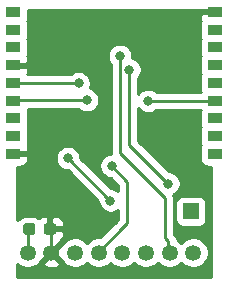
<source format=gbl>
%TF.GenerationSoftware,KiCad,Pcbnew,(5.1.5)-3*%
%TF.CreationDate,2020-01-27T22:21:35+01:00*%
%TF.ProjectId,HM-LC-Sw1-Pl-DN-R1_OBII,484d2d4c-432d-4537-9731-2d506c2d444e,rev?*%
%TF.SameCoordinates,Original*%
%TF.FileFunction,Copper,L2,Bot*%
%TF.FilePolarity,Positive*%
%FSLAX46Y46*%
G04 Gerber Fmt 4.6, Leading zero omitted, Abs format (unit mm)*
G04 Created by KiCad (PCBNEW (5.1.5)-3) date 2020-01-27 22:21:35*
%MOMM*%
%LPD*%
G04 APERTURE LIST*
%ADD10R,1.350000X1.350000*%
%ADD11C,1.350000*%
%ADD12C,0.150000*%
%ADD13R,1.300000X0.900000*%
%ADD14C,0.800000*%
%ADD15C,0.250000*%
%ADD16C,0.254000*%
G04 APERTURE END LIST*
D10*
X155500000Y-97750000D03*
D11*
X155700000Y-101250000D03*
X141700000Y-101250000D03*
X143700000Y-101250000D03*
X145700000Y-101250000D03*
X147700000Y-101250000D03*
X149700000Y-101250000D03*
X151700000Y-101250000D03*
X153700000Y-101250000D03*
%TA.AperFunction,SMDPad,CuDef*%
D12*
G36*
X142135779Y-98776144D02*
G01*
X142158834Y-98779563D01*
X142181443Y-98785227D01*
X142203387Y-98793079D01*
X142224457Y-98803044D01*
X142244448Y-98815026D01*
X142263168Y-98828910D01*
X142280438Y-98844562D01*
X142296090Y-98861832D01*
X142309974Y-98880552D01*
X142321956Y-98900543D01*
X142331921Y-98921613D01*
X142339773Y-98943557D01*
X142345437Y-98966166D01*
X142348856Y-98989221D01*
X142350000Y-99012500D01*
X142350000Y-99487500D01*
X142348856Y-99510779D01*
X142345437Y-99533834D01*
X142339773Y-99556443D01*
X142331921Y-99578387D01*
X142321956Y-99599457D01*
X142309974Y-99619448D01*
X142296090Y-99638168D01*
X142280438Y-99655438D01*
X142263168Y-99671090D01*
X142244448Y-99684974D01*
X142224457Y-99696956D01*
X142203387Y-99706921D01*
X142181443Y-99714773D01*
X142158834Y-99720437D01*
X142135779Y-99723856D01*
X142112500Y-99725000D01*
X141537500Y-99725000D01*
X141514221Y-99723856D01*
X141491166Y-99720437D01*
X141468557Y-99714773D01*
X141446613Y-99706921D01*
X141425543Y-99696956D01*
X141405552Y-99684974D01*
X141386832Y-99671090D01*
X141369562Y-99655438D01*
X141353910Y-99638168D01*
X141340026Y-99619448D01*
X141328044Y-99599457D01*
X141318079Y-99578387D01*
X141310227Y-99556443D01*
X141304563Y-99533834D01*
X141301144Y-99510779D01*
X141300000Y-99487500D01*
X141300000Y-99012500D01*
X141301144Y-98989221D01*
X141304563Y-98966166D01*
X141310227Y-98943557D01*
X141318079Y-98921613D01*
X141328044Y-98900543D01*
X141340026Y-98880552D01*
X141353910Y-98861832D01*
X141369562Y-98844562D01*
X141386832Y-98828910D01*
X141405552Y-98815026D01*
X141425543Y-98803044D01*
X141446613Y-98793079D01*
X141468557Y-98785227D01*
X141491166Y-98779563D01*
X141514221Y-98776144D01*
X141537500Y-98775000D01*
X142112500Y-98775000D01*
X142135779Y-98776144D01*
G37*
%TD.AperFunction*%
%TA.AperFunction,SMDPad,CuDef*%
G36*
X143885779Y-98776144D02*
G01*
X143908834Y-98779563D01*
X143931443Y-98785227D01*
X143953387Y-98793079D01*
X143974457Y-98803044D01*
X143994448Y-98815026D01*
X144013168Y-98828910D01*
X144030438Y-98844562D01*
X144046090Y-98861832D01*
X144059974Y-98880552D01*
X144071956Y-98900543D01*
X144081921Y-98921613D01*
X144089773Y-98943557D01*
X144095437Y-98966166D01*
X144098856Y-98989221D01*
X144100000Y-99012500D01*
X144100000Y-99487500D01*
X144098856Y-99510779D01*
X144095437Y-99533834D01*
X144089773Y-99556443D01*
X144081921Y-99578387D01*
X144071956Y-99599457D01*
X144059974Y-99619448D01*
X144046090Y-99638168D01*
X144030438Y-99655438D01*
X144013168Y-99671090D01*
X143994448Y-99684974D01*
X143974457Y-99696956D01*
X143953387Y-99706921D01*
X143931443Y-99714773D01*
X143908834Y-99720437D01*
X143885779Y-99723856D01*
X143862500Y-99725000D01*
X143287500Y-99725000D01*
X143264221Y-99723856D01*
X143241166Y-99720437D01*
X143218557Y-99714773D01*
X143196613Y-99706921D01*
X143175543Y-99696956D01*
X143155552Y-99684974D01*
X143136832Y-99671090D01*
X143119562Y-99655438D01*
X143103910Y-99638168D01*
X143090026Y-99619448D01*
X143078044Y-99599457D01*
X143068079Y-99578387D01*
X143060227Y-99556443D01*
X143054563Y-99533834D01*
X143051144Y-99510779D01*
X143050000Y-99487500D01*
X143050000Y-99012500D01*
X143051144Y-98989221D01*
X143054563Y-98966166D01*
X143060227Y-98943557D01*
X143068079Y-98921613D01*
X143078044Y-98900543D01*
X143090026Y-98880552D01*
X143103910Y-98861832D01*
X143119562Y-98844562D01*
X143136832Y-98828910D01*
X143155552Y-98815026D01*
X143175543Y-98803044D01*
X143196613Y-98793079D01*
X143218557Y-98785227D01*
X143241166Y-98779563D01*
X143264221Y-98776144D01*
X143287500Y-98775000D01*
X143862500Y-98775000D01*
X143885779Y-98776144D01*
G37*
%TD.AperFunction*%
D13*
X157545000Y-92875000D03*
X157545000Y-91375000D03*
X157545000Y-89875000D03*
X157545000Y-88375000D03*
X157545000Y-86875000D03*
X157545000Y-85375000D03*
X157545000Y-83875000D03*
X157545000Y-82375000D03*
X157545000Y-80875000D03*
X140465000Y-92875000D03*
X140465000Y-91375000D03*
X140465000Y-89875000D03*
X140465000Y-88375000D03*
X140455000Y-86875000D03*
X140455000Y-85375000D03*
X140455000Y-83875000D03*
X140455000Y-82375000D03*
X140465000Y-80875000D03*
D14*
X148700000Y-96850000D03*
X145100000Y-93250000D03*
X148800000Y-93900000D03*
X149500000Y-84600000D03*
X143425000Y-81850000D03*
X154650000Y-90700000D03*
X153600000Y-95400000D03*
X150300000Y-85750000D03*
X146700000Y-88350000D03*
X151900000Y-88400000D03*
X146000000Y-86900000D03*
D15*
X148700000Y-96850000D02*
X145100000Y-93250000D01*
X145100000Y-93250000D02*
X145100000Y-93250000D01*
X150100000Y-95300000D02*
X148800000Y-93900000D01*
X149750000Y-99100000D02*
X147600000Y-101250000D01*
X149750000Y-99100000D02*
X150100000Y-98750000D01*
X150100000Y-98750000D02*
X150100000Y-95300000D01*
X149500000Y-84600000D02*
X149500000Y-84600000D01*
X149500000Y-92850000D02*
X149500000Y-84600000D01*
X153300001Y-96650001D02*
X149500000Y-92850000D01*
X153300001Y-99995407D02*
X153300001Y-99750000D01*
X153600000Y-100295406D02*
X153300001Y-99995407D01*
X153600000Y-101250000D02*
X153600000Y-100295406D01*
X153300001Y-99750000D02*
X153300001Y-96650001D01*
X143700000Y-99375000D02*
X143575000Y-99250000D01*
X143700000Y-101250000D02*
X143700000Y-99375000D01*
X141700000Y-99375000D02*
X141825000Y-99250000D01*
X141700000Y-101250000D02*
X141700000Y-99375000D01*
X150300000Y-85750000D02*
X150300000Y-85750000D01*
X150300000Y-89300000D02*
X150300000Y-85750000D01*
X153600000Y-95400000D02*
X150300000Y-92100000D01*
X150300000Y-92100000D02*
X150300000Y-89300000D01*
X140090000Y-88350000D02*
X140065000Y-88375000D01*
X146700000Y-88350000D02*
X140090000Y-88350000D01*
X152490685Y-88375000D02*
X157945000Y-88375000D01*
X152465685Y-88400000D02*
X152490685Y-88375000D01*
X151900000Y-88400000D02*
X152465685Y-88400000D01*
X146050000Y-86900000D02*
X140055000Y-86875000D01*
X146000000Y-86900000D02*
X146050000Y-86850000D01*
X146050000Y-86850000D02*
X146050000Y-86900000D01*
D16*
G36*
X156418750Y-80748000D02*
G01*
X157190001Y-80748000D01*
X157190001Y-81002000D01*
X156418750Y-81002000D01*
X156260000Y-81160750D01*
X156256928Y-81325000D01*
X156269188Y-81449482D01*
X156305498Y-81569180D01*
X156335335Y-81625000D01*
X156305498Y-81680820D01*
X156269188Y-81800518D01*
X156256928Y-81925000D01*
X156256928Y-82825000D01*
X156269188Y-82949482D01*
X156305498Y-83069180D01*
X156335335Y-83125000D01*
X156305498Y-83180820D01*
X156269188Y-83300518D01*
X156256928Y-83425000D01*
X156256928Y-84325000D01*
X156269188Y-84449482D01*
X156305498Y-84569180D01*
X156335335Y-84625000D01*
X156305498Y-84680820D01*
X156269188Y-84800518D01*
X156256928Y-84925000D01*
X156256928Y-85825000D01*
X156269188Y-85949482D01*
X156305498Y-86069180D01*
X156335335Y-86125000D01*
X156305498Y-86180820D01*
X156269188Y-86300518D01*
X156256928Y-86425000D01*
X156256928Y-87325000D01*
X156269188Y-87449482D01*
X156305498Y-87569180D01*
X156329990Y-87615000D01*
X152578711Y-87615000D01*
X152559774Y-87596063D01*
X152390256Y-87482795D01*
X152201898Y-87404774D01*
X152001939Y-87365000D01*
X151798061Y-87365000D01*
X151598102Y-87404774D01*
X151409744Y-87482795D01*
X151240226Y-87596063D01*
X151096063Y-87740226D01*
X151060000Y-87794198D01*
X151060000Y-86453711D01*
X151103937Y-86409774D01*
X151217205Y-86240256D01*
X151295226Y-86051898D01*
X151335000Y-85851939D01*
X151335000Y-85648061D01*
X151295226Y-85448102D01*
X151217205Y-85259744D01*
X151103937Y-85090226D01*
X150959774Y-84946063D01*
X150790256Y-84832795D01*
X150601898Y-84754774D01*
X150527437Y-84739963D01*
X150535000Y-84701939D01*
X150535000Y-84498061D01*
X150495226Y-84298102D01*
X150417205Y-84109744D01*
X150303937Y-83940226D01*
X150159774Y-83796063D01*
X149990256Y-83682795D01*
X149801898Y-83604774D01*
X149601939Y-83565000D01*
X149398061Y-83565000D01*
X149198102Y-83604774D01*
X149009744Y-83682795D01*
X148840226Y-83796063D01*
X148696063Y-83940226D01*
X148582795Y-84109744D01*
X148504774Y-84298102D01*
X148465000Y-84498061D01*
X148465000Y-84701939D01*
X148504774Y-84901898D01*
X148582795Y-85090256D01*
X148696063Y-85259774D01*
X148740001Y-85303712D01*
X148740000Y-92812678D01*
X148736324Y-92850000D01*
X148737801Y-92865000D01*
X148698061Y-92865000D01*
X148498102Y-92904774D01*
X148309744Y-92982795D01*
X148140226Y-93096063D01*
X147996063Y-93240226D01*
X147882795Y-93409744D01*
X147804774Y-93598102D01*
X147765000Y-93798061D01*
X147765000Y-94001939D01*
X147804774Y-94201898D01*
X147882795Y-94390256D01*
X147996063Y-94559774D01*
X148140226Y-94703937D01*
X148309744Y-94817205D01*
X148498102Y-94895226D01*
X148698061Y-94935000D01*
X148723945Y-94935000D01*
X149340001Y-95598445D01*
X149340001Y-96032851D01*
X149190256Y-95932795D01*
X149001898Y-95854774D01*
X148801939Y-95815000D01*
X148739802Y-95815000D01*
X146135000Y-93210199D01*
X146135000Y-93148061D01*
X146095226Y-92948102D01*
X146017205Y-92759744D01*
X145903937Y-92590226D01*
X145759774Y-92446063D01*
X145590256Y-92332795D01*
X145401898Y-92254774D01*
X145201939Y-92215000D01*
X144998061Y-92215000D01*
X144798102Y-92254774D01*
X144609744Y-92332795D01*
X144440226Y-92446063D01*
X144296063Y-92590226D01*
X144182795Y-92759744D01*
X144104774Y-92948102D01*
X144065000Y-93148061D01*
X144065000Y-93351939D01*
X144104774Y-93551898D01*
X144182795Y-93740256D01*
X144296063Y-93909774D01*
X144440226Y-94053937D01*
X144609744Y-94167205D01*
X144798102Y-94245226D01*
X144998061Y-94285000D01*
X145060199Y-94285000D01*
X147665000Y-96889802D01*
X147665000Y-96951939D01*
X147704774Y-97151898D01*
X147782795Y-97340256D01*
X147896063Y-97509774D01*
X148040226Y-97653937D01*
X148209744Y-97767205D01*
X148398102Y-97845226D01*
X148598061Y-97885000D01*
X148801939Y-97885000D01*
X149001898Y-97845226D01*
X149190256Y-97767205D01*
X149340000Y-97667149D01*
X149340000Y-98435199D01*
X149239003Y-98536196D01*
X149238997Y-98536201D01*
X147834174Y-99941024D01*
X147829024Y-99940000D01*
X147570976Y-99940000D01*
X147317887Y-99990342D01*
X147079482Y-100089093D01*
X146864923Y-100232456D01*
X146700000Y-100397379D01*
X146535077Y-100232456D01*
X146320518Y-100089093D01*
X146082113Y-99990342D01*
X145829024Y-99940000D01*
X145570976Y-99940000D01*
X145317887Y-99990342D01*
X145079482Y-100089093D01*
X144864923Y-100232456D01*
X144682456Y-100414923D01*
X144607441Y-100527191D01*
X144603400Y-100526205D01*
X143879605Y-101250000D01*
X144603400Y-101973795D01*
X144607441Y-101972809D01*
X144682456Y-102085077D01*
X144864923Y-102267544D01*
X145079482Y-102410907D01*
X145317887Y-102509658D01*
X145570976Y-102560000D01*
X145829024Y-102560000D01*
X146082113Y-102509658D01*
X146320518Y-102410907D01*
X146535077Y-102267544D01*
X146700000Y-102102621D01*
X146864923Y-102267544D01*
X147079482Y-102410907D01*
X147317887Y-102509658D01*
X147570976Y-102560000D01*
X147829024Y-102560000D01*
X148082113Y-102509658D01*
X148320518Y-102410907D01*
X148535077Y-102267544D01*
X148700000Y-102102621D01*
X148864923Y-102267544D01*
X149079482Y-102410907D01*
X149317887Y-102509658D01*
X149570976Y-102560000D01*
X149829024Y-102560000D01*
X150082113Y-102509658D01*
X150320518Y-102410907D01*
X150535077Y-102267544D01*
X150700000Y-102102621D01*
X150864923Y-102267544D01*
X151079482Y-102410907D01*
X151317887Y-102509658D01*
X151570976Y-102560000D01*
X151829024Y-102560000D01*
X152082113Y-102509658D01*
X152320518Y-102410907D01*
X152535077Y-102267544D01*
X152700000Y-102102621D01*
X152864923Y-102267544D01*
X153079482Y-102410907D01*
X153317887Y-102509658D01*
X153570976Y-102560000D01*
X153829024Y-102560000D01*
X154082113Y-102509658D01*
X154320518Y-102410907D01*
X154535077Y-102267544D01*
X154700000Y-102102621D01*
X154864923Y-102267544D01*
X155079482Y-102410907D01*
X155317887Y-102509658D01*
X155570976Y-102560000D01*
X155829024Y-102560000D01*
X156082113Y-102509658D01*
X156320518Y-102410907D01*
X156535077Y-102267544D01*
X156717544Y-102085077D01*
X156860907Y-101870518D01*
X156959658Y-101632113D01*
X157010000Y-101379024D01*
X157010000Y-101120976D01*
X156959658Y-100867887D01*
X156860907Y-100629482D01*
X156717544Y-100414923D01*
X156535077Y-100232456D01*
X156320518Y-100089093D01*
X156082113Y-99990342D01*
X155829024Y-99940000D01*
X155570976Y-99940000D01*
X155317887Y-99990342D01*
X155079482Y-100089093D01*
X154864923Y-100232456D01*
X154700000Y-100397379D01*
X154535077Y-100232456D01*
X154334434Y-100098391D01*
X154305546Y-100003159D01*
X154234974Y-99871130D01*
X154140001Y-99755405D01*
X154110997Y-99731602D01*
X154060001Y-99680606D01*
X154060001Y-97075000D01*
X154186928Y-97075000D01*
X154186928Y-98425000D01*
X154199188Y-98549482D01*
X154235498Y-98669180D01*
X154294463Y-98779494D01*
X154373815Y-98876185D01*
X154470506Y-98955537D01*
X154580820Y-99014502D01*
X154700518Y-99050812D01*
X154825000Y-99063072D01*
X156175000Y-99063072D01*
X156299482Y-99050812D01*
X156419180Y-99014502D01*
X156529494Y-98955537D01*
X156626185Y-98876185D01*
X156705537Y-98779494D01*
X156764502Y-98669180D01*
X156800812Y-98549482D01*
X156813072Y-98425000D01*
X156813072Y-97075000D01*
X156800812Y-96950518D01*
X156764502Y-96830820D01*
X156705537Y-96720506D01*
X156626185Y-96623815D01*
X156529494Y-96544463D01*
X156419180Y-96485498D01*
X156299482Y-96449188D01*
X156175000Y-96436928D01*
X154825000Y-96436928D01*
X154700518Y-96449188D01*
X154580820Y-96485498D01*
X154470506Y-96544463D01*
X154373815Y-96623815D01*
X154294463Y-96720506D01*
X154235498Y-96830820D01*
X154199188Y-96950518D01*
X154186928Y-97075000D01*
X154060001Y-97075000D01*
X154060001Y-96687324D01*
X154063677Y-96650001D01*
X154060001Y-96612678D01*
X154060001Y-96612668D01*
X154049004Y-96501015D01*
X154005547Y-96357754D01*
X154003157Y-96353283D01*
X154090256Y-96317205D01*
X154259774Y-96203937D01*
X154403937Y-96059774D01*
X154517205Y-95890256D01*
X154595226Y-95701898D01*
X154635000Y-95501939D01*
X154635000Y-95298061D01*
X154595226Y-95098102D01*
X154517205Y-94909744D01*
X154403937Y-94740226D01*
X154259774Y-94596063D01*
X154090256Y-94482795D01*
X153901898Y-94404774D01*
X153701939Y-94365000D01*
X153639802Y-94365000D01*
X151060000Y-91785199D01*
X151060000Y-89005802D01*
X151096063Y-89059774D01*
X151240226Y-89203937D01*
X151409744Y-89317205D01*
X151598102Y-89395226D01*
X151798061Y-89435000D01*
X152001939Y-89435000D01*
X152201898Y-89395226D01*
X152390256Y-89317205D01*
X152559774Y-89203937D01*
X152614724Y-89148987D01*
X152660834Y-89135000D01*
X156329990Y-89135000D01*
X156305498Y-89180820D01*
X156269188Y-89300518D01*
X156256928Y-89425000D01*
X156256928Y-90325000D01*
X156269188Y-90449482D01*
X156305498Y-90569180D01*
X156335335Y-90625000D01*
X156305498Y-90680820D01*
X156269188Y-90800518D01*
X156256928Y-90925000D01*
X156256928Y-91825000D01*
X156269188Y-91949482D01*
X156305498Y-92069180D01*
X156335335Y-92125000D01*
X156305498Y-92180820D01*
X156269188Y-92300518D01*
X156256928Y-92425000D01*
X156256928Y-93325000D01*
X156269188Y-93449482D01*
X156305498Y-93569180D01*
X156364463Y-93679494D01*
X156443815Y-93776185D01*
X156540506Y-93855537D01*
X156650820Y-93914502D01*
X156770518Y-93950812D01*
X156895000Y-93963072D01*
X157190000Y-93963072D01*
X157190000Y-103290000D01*
X140810000Y-103290000D01*
X140810000Y-102212621D01*
X140864923Y-102267544D01*
X141079482Y-102410907D01*
X141317887Y-102509658D01*
X141570976Y-102560000D01*
X141829024Y-102560000D01*
X142082113Y-102509658D01*
X142320518Y-102410907D01*
X142535077Y-102267544D01*
X142649221Y-102153400D01*
X142976205Y-102153400D01*
X143032630Y-102384621D01*
X143266808Y-102493017D01*
X143517633Y-102553645D01*
X143775465Y-102564174D01*
X144030398Y-102524200D01*
X144272633Y-102435259D01*
X144367370Y-102384621D01*
X144423795Y-102153400D01*
X143700000Y-101429605D01*
X142976205Y-102153400D01*
X142649221Y-102153400D01*
X142717544Y-102085077D01*
X142792559Y-101972809D01*
X142796600Y-101973795D01*
X143520395Y-101250000D01*
X143506253Y-101235858D01*
X143685858Y-101056253D01*
X143700000Y-101070395D01*
X144423795Y-100346600D01*
X144407679Y-100280560D01*
X144454494Y-100255537D01*
X144551185Y-100176185D01*
X144630537Y-100079494D01*
X144689502Y-99969180D01*
X144725812Y-99849482D01*
X144738072Y-99725000D01*
X144735000Y-99535750D01*
X144576250Y-99377000D01*
X143702000Y-99377000D01*
X143702000Y-99397000D01*
X143448000Y-99397000D01*
X143448000Y-99377000D01*
X143428000Y-99377000D01*
X143428000Y-99123000D01*
X143448000Y-99123000D01*
X143448000Y-98298750D01*
X143702000Y-98298750D01*
X143702000Y-99123000D01*
X144576250Y-99123000D01*
X144735000Y-98964250D01*
X144738072Y-98775000D01*
X144725812Y-98650518D01*
X144689502Y-98530820D01*
X144630537Y-98420506D01*
X144551185Y-98323815D01*
X144454494Y-98244463D01*
X144344180Y-98185498D01*
X144224482Y-98149188D01*
X144100000Y-98136928D01*
X143860750Y-98140000D01*
X143702000Y-98298750D01*
X143448000Y-98298750D01*
X143289250Y-98140000D01*
X143050000Y-98136928D01*
X142925518Y-98149188D01*
X142805820Y-98185498D01*
X142695506Y-98244463D01*
X142622839Y-98304099D01*
X142598942Y-98284488D01*
X142447567Y-98203577D01*
X142283316Y-98153752D01*
X142112500Y-98136928D01*
X141537500Y-98136928D01*
X141366684Y-98153752D01*
X141202433Y-98203577D01*
X141051058Y-98284488D01*
X140918377Y-98393377D01*
X140810000Y-98525434D01*
X140810000Y-93960500D01*
X141115000Y-93963072D01*
X141239482Y-93950812D01*
X141359180Y-93914502D01*
X141469494Y-93855537D01*
X141566185Y-93776185D01*
X141645537Y-93679494D01*
X141704502Y-93569180D01*
X141740812Y-93449482D01*
X141753072Y-93325000D01*
X141750000Y-93160750D01*
X141591250Y-93002000D01*
X140810000Y-93002000D01*
X140810000Y-92748000D01*
X141591250Y-92748000D01*
X141750000Y-92589250D01*
X141753072Y-92425000D01*
X141740812Y-92300518D01*
X141704502Y-92180820D01*
X141674665Y-92125000D01*
X141704502Y-92069180D01*
X141740812Y-91949482D01*
X141753072Y-91825000D01*
X141753072Y-90925000D01*
X141740812Y-90800518D01*
X141704502Y-90680820D01*
X141674665Y-90625000D01*
X141704502Y-90569180D01*
X141740812Y-90449482D01*
X141753072Y-90325000D01*
X141753072Y-89425000D01*
X141740812Y-89300518D01*
X141704502Y-89180820D01*
X141674665Y-89125000D01*
X141682683Y-89110000D01*
X145996289Y-89110000D01*
X146040226Y-89153937D01*
X146209744Y-89267205D01*
X146398102Y-89345226D01*
X146598061Y-89385000D01*
X146801939Y-89385000D01*
X147001898Y-89345226D01*
X147190256Y-89267205D01*
X147359774Y-89153937D01*
X147503937Y-89009774D01*
X147617205Y-88840256D01*
X147695226Y-88651898D01*
X147735000Y-88451939D01*
X147735000Y-88248061D01*
X147695226Y-88048102D01*
X147617205Y-87859744D01*
X147503937Y-87690226D01*
X147359774Y-87546063D01*
X147190256Y-87432795D01*
X147001898Y-87354774D01*
X146937230Y-87341911D01*
X146995226Y-87201898D01*
X147035000Y-87001939D01*
X147035000Y-86798061D01*
X146995226Y-86598102D01*
X146917205Y-86409744D01*
X146803937Y-86240226D01*
X146659774Y-86096063D01*
X146490256Y-85982795D01*
X146301898Y-85904774D01*
X146101939Y-85865000D01*
X145898061Y-85865000D01*
X145698102Y-85904774D01*
X145509744Y-85982795D01*
X145340226Y-86096063D01*
X145299425Y-86136864D01*
X141666422Y-86121713D01*
X141694502Y-86069180D01*
X141730812Y-85949482D01*
X141743072Y-85825000D01*
X141740000Y-85660750D01*
X141581250Y-85502000D01*
X140810000Y-85502000D01*
X140810000Y-85248000D01*
X141581250Y-85248000D01*
X141740000Y-85089250D01*
X141743072Y-84925000D01*
X141730812Y-84800518D01*
X141694502Y-84680820D01*
X141664665Y-84625000D01*
X141694502Y-84569180D01*
X141730812Y-84449482D01*
X141743072Y-84325000D01*
X141743072Y-83425000D01*
X141730812Y-83300518D01*
X141694502Y-83180820D01*
X141664665Y-83125000D01*
X141694502Y-83069180D01*
X141730812Y-82949482D01*
X141743072Y-82825000D01*
X141743072Y-81925000D01*
X141730812Y-81800518D01*
X141694502Y-81680820D01*
X141669665Y-81634354D01*
X141704502Y-81569180D01*
X141740812Y-81449482D01*
X141753072Y-81325000D01*
X141753072Y-80710000D01*
X156380750Y-80710000D01*
X156418750Y-80748000D01*
G37*
X156418750Y-80748000D02*
X157190001Y-80748000D01*
X157190001Y-81002000D01*
X156418750Y-81002000D01*
X156260000Y-81160750D01*
X156256928Y-81325000D01*
X156269188Y-81449482D01*
X156305498Y-81569180D01*
X156335335Y-81625000D01*
X156305498Y-81680820D01*
X156269188Y-81800518D01*
X156256928Y-81925000D01*
X156256928Y-82825000D01*
X156269188Y-82949482D01*
X156305498Y-83069180D01*
X156335335Y-83125000D01*
X156305498Y-83180820D01*
X156269188Y-83300518D01*
X156256928Y-83425000D01*
X156256928Y-84325000D01*
X156269188Y-84449482D01*
X156305498Y-84569180D01*
X156335335Y-84625000D01*
X156305498Y-84680820D01*
X156269188Y-84800518D01*
X156256928Y-84925000D01*
X156256928Y-85825000D01*
X156269188Y-85949482D01*
X156305498Y-86069180D01*
X156335335Y-86125000D01*
X156305498Y-86180820D01*
X156269188Y-86300518D01*
X156256928Y-86425000D01*
X156256928Y-87325000D01*
X156269188Y-87449482D01*
X156305498Y-87569180D01*
X156329990Y-87615000D01*
X152578711Y-87615000D01*
X152559774Y-87596063D01*
X152390256Y-87482795D01*
X152201898Y-87404774D01*
X152001939Y-87365000D01*
X151798061Y-87365000D01*
X151598102Y-87404774D01*
X151409744Y-87482795D01*
X151240226Y-87596063D01*
X151096063Y-87740226D01*
X151060000Y-87794198D01*
X151060000Y-86453711D01*
X151103937Y-86409774D01*
X151217205Y-86240256D01*
X151295226Y-86051898D01*
X151335000Y-85851939D01*
X151335000Y-85648061D01*
X151295226Y-85448102D01*
X151217205Y-85259744D01*
X151103937Y-85090226D01*
X150959774Y-84946063D01*
X150790256Y-84832795D01*
X150601898Y-84754774D01*
X150527437Y-84739963D01*
X150535000Y-84701939D01*
X150535000Y-84498061D01*
X150495226Y-84298102D01*
X150417205Y-84109744D01*
X150303937Y-83940226D01*
X150159774Y-83796063D01*
X149990256Y-83682795D01*
X149801898Y-83604774D01*
X149601939Y-83565000D01*
X149398061Y-83565000D01*
X149198102Y-83604774D01*
X149009744Y-83682795D01*
X148840226Y-83796063D01*
X148696063Y-83940226D01*
X148582795Y-84109744D01*
X148504774Y-84298102D01*
X148465000Y-84498061D01*
X148465000Y-84701939D01*
X148504774Y-84901898D01*
X148582795Y-85090256D01*
X148696063Y-85259774D01*
X148740001Y-85303712D01*
X148740000Y-92812678D01*
X148736324Y-92850000D01*
X148737801Y-92865000D01*
X148698061Y-92865000D01*
X148498102Y-92904774D01*
X148309744Y-92982795D01*
X148140226Y-93096063D01*
X147996063Y-93240226D01*
X147882795Y-93409744D01*
X147804774Y-93598102D01*
X147765000Y-93798061D01*
X147765000Y-94001939D01*
X147804774Y-94201898D01*
X147882795Y-94390256D01*
X147996063Y-94559774D01*
X148140226Y-94703937D01*
X148309744Y-94817205D01*
X148498102Y-94895226D01*
X148698061Y-94935000D01*
X148723945Y-94935000D01*
X149340001Y-95598445D01*
X149340001Y-96032851D01*
X149190256Y-95932795D01*
X149001898Y-95854774D01*
X148801939Y-95815000D01*
X148739802Y-95815000D01*
X146135000Y-93210199D01*
X146135000Y-93148061D01*
X146095226Y-92948102D01*
X146017205Y-92759744D01*
X145903937Y-92590226D01*
X145759774Y-92446063D01*
X145590256Y-92332795D01*
X145401898Y-92254774D01*
X145201939Y-92215000D01*
X144998061Y-92215000D01*
X144798102Y-92254774D01*
X144609744Y-92332795D01*
X144440226Y-92446063D01*
X144296063Y-92590226D01*
X144182795Y-92759744D01*
X144104774Y-92948102D01*
X144065000Y-93148061D01*
X144065000Y-93351939D01*
X144104774Y-93551898D01*
X144182795Y-93740256D01*
X144296063Y-93909774D01*
X144440226Y-94053937D01*
X144609744Y-94167205D01*
X144798102Y-94245226D01*
X144998061Y-94285000D01*
X145060199Y-94285000D01*
X147665000Y-96889802D01*
X147665000Y-96951939D01*
X147704774Y-97151898D01*
X147782795Y-97340256D01*
X147896063Y-97509774D01*
X148040226Y-97653937D01*
X148209744Y-97767205D01*
X148398102Y-97845226D01*
X148598061Y-97885000D01*
X148801939Y-97885000D01*
X149001898Y-97845226D01*
X149190256Y-97767205D01*
X149340000Y-97667149D01*
X149340000Y-98435199D01*
X149239003Y-98536196D01*
X149238997Y-98536201D01*
X147834174Y-99941024D01*
X147829024Y-99940000D01*
X147570976Y-99940000D01*
X147317887Y-99990342D01*
X147079482Y-100089093D01*
X146864923Y-100232456D01*
X146700000Y-100397379D01*
X146535077Y-100232456D01*
X146320518Y-100089093D01*
X146082113Y-99990342D01*
X145829024Y-99940000D01*
X145570976Y-99940000D01*
X145317887Y-99990342D01*
X145079482Y-100089093D01*
X144864923Y-100232456D01*
X144682456Y-100414923D01*
X144607441Y-100527191D01*
X144603400Y-100526205D01*
X143879605Y-101250000D01*
X144603400Y-101973795D01*
X144607441Y-101972809D01*
X144682456Y-102085077D01*
X144864923Y-102267544D01*
X145079482Y-102410907D01*
X145317887Y-102509658D01*
X145570976Y-102560000D01*
X145829024Y-102560000D01*
X146082113Y-102509658D01*
X146320518Y-102410907D01*
X146535077Y-102267544D01*
X146700000Y-102102621D01*
X146864923Y-102267544D01*
X147079482Y-102410907D01*
X147317887Y-102509658D01*
X147570976Y-102560000D01*
X147829024Y-102560000D01*
X148082113Y-102509658D01*
X148320518Y-102410907D01*
X148535077Y-102267544D01*
X148700000Y-102102621D01*
X148864923Y-102267544D01*
X149079482Y-102410907D01*
X149317887Y-102509658D01*
X149570976Y-102560000D01*
X149829024Y-102560000D01*
X150082113Y-102509658D01*
X150320518Y-102410907D01*
X150535077Y-102267544D01*
X150700000Y-102102621D01*
X150864923Y-102267544D01*
X151079482Y-102410907D01*
X151317887Y-102509658D01*
X151570976Y-102560000D01*
X151829024Y-102560000D01*
X152082113Y-102509658D01*
X152320518Y-102410907D01*
X152535077Y-102267544D01*
X152700000Y-102102621D01*
X152864923Y-102267544D01*
X153079482Y-102410907D01*
X153317887Y-102509658D01*
X153570976Y-102560000D01*
X153829024Y-102560000D01*
X154082113Y-102509658D01*
X154320518Y-102410907D01*
X154535077Y-102267544D01*
X154700000Y-102102621D01*
X154864923Y-102267544D01*
X155079482Y-102410907D01*
X155317887Y-102509658D01*
X155570976Y-102560000D01*
X155829024Y-102560000D01*
X156082113Y-102509658D01*
X156320518Y-102410907D01*
X156535077Y-102267544D01*
X156717544Y-102085077D01*
X156860907Y-101870518D01*
X156959658Y-101632113D01*
X157010000Y-101379024D01*
X157010000Y-101120976D01*
X156959658Y-100867887D01*
X156860907Y-100629482D01*
X156717544Y-100414923D01*
X156535077Y-100232456D01*
X156320518Y-100089093D01*
X156082113Y-99990342D01*
X155829024Y-99940000D01*
X155570976Y-99940000D01*
X155317887Y-99990342D01*
X155079482Y-100089093D01*
X154864923Y-100232456D01*
X154700000Y-100397379D01*
X154535077Y-100232456D01*
X154334434Y-100098391D01*
X154305546Y-100003159D01*
X154234974Y-99871130D01*
X154140001Y-99755405D01*
X154110997Y-99731602D01*
X154060001Y-99680606D01*
X154060001Y-97075000D01*
X154186928Y-97075000D01*
X154186928Y-98425000D01*
X154199188Y-98549482D01*
X154235498Y-98669180D01*
X154294463Y-98779494D01*
X154373815Y-98876185D01*
X154470506Y-98955537D01*
X154580820Y-99014502D01*
X154700518Y-99050812D01*
X154825000Y-99063072D01*
X156175000Y-99063072D01*
X156299482Y-99050812D01*
X156419180Y-99014502D01*
X156529494Y-98955537D01*
X156626185Y-98876185D01*
X156705537Y-98779494D01*
X156764502Y-98669180D01*
X156800812Y-98549482D01*
X156813072Y-98425000D01*
X156813072Y-97075000D01*
X156800812Y-96950518D01*
X156764502Y-96830820D01*
X156705537Y-96720506D01*
X156626185Y-96623815D01*
X156529494Y-96544463D01*
X156419180Y-96485498D01*
X156299482Y-96449188D01*
X156175000Y-96436928D01*
X154825000Y-96436928D01*
X154700518Y-96449188D01*
X154580820Y-96485498D01*
X154470506Y-96544463D01*
X154373815Y-96623815D01*
X154294463Y-96720506D01*
X154235498Y-96830820D01*
X154199188Y-96950518D01*
X154186928Y-97075000D01*
X154060001Y-97075000D01*
X154060001Y-96687324D01*
X154063677Y-96650001D01*
X154060001Y-96612678D01*
X154060001Y-96612668D01*
X154049004Y-96501015D01*
X154005547Y-96357754D01*
X154003157Y-96353283D01*
X154090256Y-96317205D01*
X154259774Y-96203937D01*
X154403937Y-96059774D01*
X154517205Y-95890256D01*
X154595226Y-95701898D01*
X154635000Y-95501939D01*
X154635000Y-95298061D01*
X154595226Y-95098102D01*
X154517205Y-94909744D01*
X154403937Y-94740226D01*
X154259774Y-94596063D01*
X154090256Y-94482795D01*
X153901898Y-94404774D01*
X153701939Y-94365000D01*
X153639802Y-94365000D01*
X151060000Y-91785199D01*
X151060000Y-89005802D01*
X151096063Y-89059774D01*
X151240226Y-89203937D01*
X151409744Y-89317205D01*
X151598102Y-89395226D01*
X151798061Y-89435000D01*
X152001939Y-89435000D01*
X152201898Y-89395226D01*
X152390256Y-89317205D01*
X152559774Y-89203937D01*
X152614724Y-89148987D01*
X152660834Y-89135000D01*
X156329990Y-89135000D01*
X156305498Y-89180820D01*
X156269188Y-89300518D01*
X156256928Y-89425000D01*
X156256928Y-90325000D01*
X156269188Y-90449482D01*
X156305498Y-90569180D01*
X156335335Y-90625000D01*
X156305498Y-90680820D01*
X156269188Y-90800518D01*
X156256928Y-90925000D01*
X156256928Y-91825000D01*
X156269188Y-91949482D01*
X156305498Y-92069180D01*
X156335335Y-92125000D01*
X156305498Y-92180820D01*
X156269188Y-92300518D01*
X156256928Y-92425000D01*
X156256928Y-93325000D01*
X156269188Y-93449482D01*
X156305498Y-93569180D01*
X156364463Y-93679494D01*
X156443815Y-93776185D01*
X156540506Y-93855537D01*
X156650820Y-93914502D01*
X156770518Y-93950812D01*
X156895000Y-93963072D01*
X157190000Y-93963072D01*
X157190000Y-103290000D01*
X140810000Y-103290000D01*
X140810000Y-102212621D01*
X140864923Y-102267544D01*
X141079482Y-102410907D01*
X141317887Y-102509658D01*
X141570976Y-102560000D01*
X141829024Y-102560000D01*
X142082113Y-102509658D01*
X142320518Y-102410907D01*
X142535077Y-102267544D01*
X142649221Y-102153400D01*
X142976205Y-102153400D01*
X143032630Y-102384621D01*
X143266808Y-102493017D01*
X143517633Y-102553645D01*
X143775465Y-102564174D01*
X144030398Y-102524200D01*
X144272633Y-102435259D01*
X144367370Y-102384621D01*
X144423795Y-102153400D01*
X143700000Y-101429605D01*
X142976205Y-102153400D01*
X142649221Y-102153400D01*
X142717544Y-102085077D01*
X142792559Y-101972809D01*
X142796600Y-101973795D01*
X143520395Y-101250000D01*
X143506253Y-101235858D01*
X143685858Y-101056253D01*
X143700000Y-101070395D01*
X144423795Y-100346600D01*
X144407679Y-100280560D01*
X144454494Y-100255537D01*
X144551185Y-100176185D01*
X144630537Y-100079494D01*
X144689502Y-99969180D01*
X144725812Y-99849482D01*
X144738072Y-99725000D01*
X144735000Y-99535750D01*
X144576250Y-99377000D01*
X143702000Y-99377000D01*
X143702000Y-99397000D01*
X143448000Y-99397000D01*
X143448000Y-99377000D01*
X143428000Y-99377000D01*
X143428000Y-99123000D01*
X143448000Y-99123000D01*
X143448000Y-98298750D01*
X143702000Y-98298750D01*
X143702000Y-99123000D01*
X144576250Y-99123000D01*
X144735000Y-98964250D01*
X144738072Y-98775000D01*
X144725812Y-98650518D01*
X144689502Y-98530820D01*
X144630537Y-98420506D01*
X144551185Y-98323815D01*
X144454494Y-98244463D01*
X144344180Y-98185498D01*
X144224482Y-98149188D01*
X144100000Y-98136928D01*
X143860750Y-98140000D01*
X143702000Y-98298750D01*
X143448000Y-98298750D01*
X143289250Y-98140000D01*
X143050000Y-98136928D01*
X142925518Y-98149188D01*
X142805820Y-98185498D01*
X142695506Y-98244463D01*
X142622839Y-98304099D01*
X142598942Y-98284488D01*
X142447567Y-98203577D01*
X142283316Y-98153752D01*
X142112500Y-98136928D01*
X141537500Y-98136928D01*
X141366684Y-98153752D01*
X141202433Y-98203577D01*
X141051058Y-98284488D01*
X140918377Y-98393377D01*
X140810000Y-98525434D01*
X140810000Y-93960500D01*
X141115000Y-93963072D01*
X141239482Y-93950812D01*
X141359180Y-93914502D01*
X141469494Y-93855537D01*
X141566185Y-93776185D01*
X141645537Y-93679494D01*
X141704502Y-93569180D01*
X141740812Y-93449482D01*
X141753072Y-93325000D01*
X141750000Y-93160750D01*
X141591250Y-93002000D01*
X140810000Y-93002000D01*
X140810000Y-92748000D01*
X141591250Y-92748000D01*
X141750000Y-92589250D01*
X141753072Y-92425000D01*
X141740812Y-92300518D01*
X141704502Y-92180820D01*
X141674665Y-92125000D01*
X141704502Y-92069180D01*
X141740812Y-91949482D01*
X141753072Y-91825000D01*
X141753072Y-90925000D01*
X141740812Y-90800518D01*
X141704502Y-90680820D01*
X141674665Y-90625000D01*
X141704502Y-90569180D01*
X141740812Y-90449482D01*
X141753072Y-90325000D01*
X141753072Y-89425000D01*
X141740812Y-89300518D01*
X141704502Y-89180820D01*
X141674665Y-89125000D01*
X141682683Y-89110000D01*
X145996289Y-89110000D01*
X146040226Y-89153937D01*
X146209744Y-89267205D01*
X146398102Y-89345226D01*
X146598061Y-89385000D01*
X146801939Y-89385000D01*
X147001898Y-89345226D01*
X147190256Y-89267205D01*
X147359774Y-89153937D01*
X147503937Y-89009774D01*
X147617205Y-88840256D01*
X147695226Y-88651898D01*
X147735000Y-88451939D01*
X147735000Y-88248061D01*
X147695226Y-88048102D01*
X147617205Y-87859744D01*
X147503937Y-87690226D01*
X147359774Y-87546063D01*
X147190256Y-87432795D01*
X147001898Y-87354774D01*
X146937230Y-87341911D01*
X146995226Y-87201898D01*
X147035000Y-87001939D01*
X147035000Y-86798061D01*
X146995226Y-86598102D01*
X146917205Y-86409744D01*
X146803937Y-86240226D01*
X146659774Y-86096063D01*
X146490256Y-85982795D01*
X146301898Y-85904774D01*
X146101939Y-85865000D01*
X145898061Y-85865000D01*
X145698102Y-85904774D01*
X145509744Y-85982795D01*
X145340226Y-86096063D01*
X145299425Y-86136864D01*
X141666422Y-86121713D01*
X141694502Y-86069180D01*
X141730812Y-85949482D01*
X141743072Y-85825000D01*
X141740000Y-85660750D01*
X141581250Y-85502000D01*
X140810000Y-85502000D01*
X140810000Y-85248000D01*
X141581250Y-85248000D01*
X141740000Y-85089250D01*
X141743072Y-84925000D01*
X141730812Y-84800518D01*
X141694502Y-84680820D01*
X141664665Y-84625000D01*
X141694502Y-84569180D01*
X141730812Y-84449482D01*
X141743072Y-84325000D01*
X141743072Y-83425000D01*
X141730812Y-83300518D01*
X141694502Y-83180820D01*
X141664665Y-83125000D01*
X141694502Y-83069180D01*
X141730812Y-82949482D01*
X141743072Y-82825000D01*
X141743072Y-81925000D01*
X141730812Y-81800518D01*
X141694502Y-81680820D01*
X141669665Y-81634354D01*
X141704502Y-81569180D01*
X141740812Y-81449482D01*
X141753072Y-81325000D01*
X141753072Y-80710000D01*
X156380750Y-80710000D01*
X156418750Y-80748000D01*
M02*

</source>
